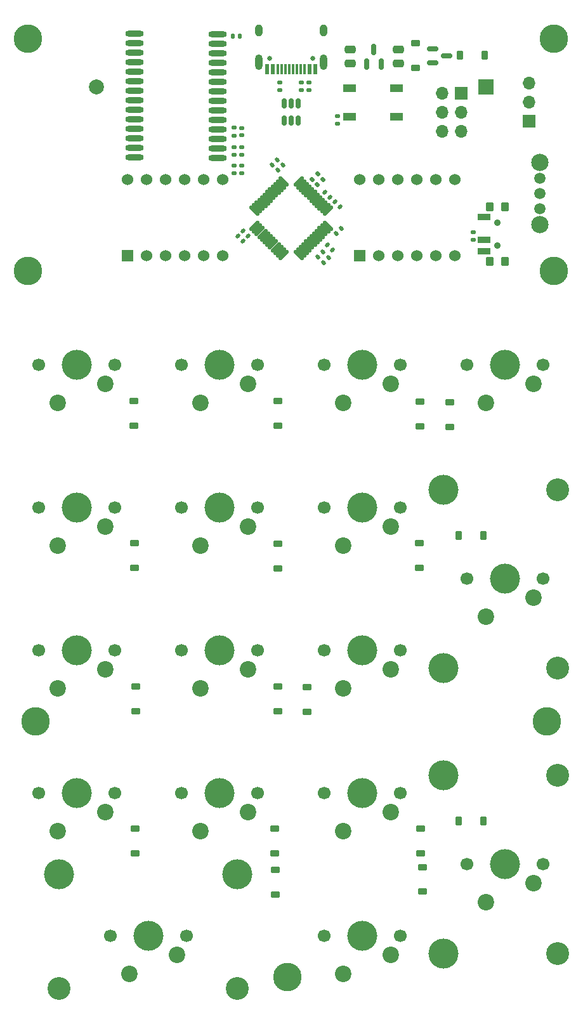
<source format=gbr>
%TF.GenerationSoftware,KiCad,Pcbnew,7.0.7*%
%TF.CreationDate,2023-12-09T18:35:24+02:00*%
%TF.ProjectId,stm32_calc,73746d33-325f-4636-916c-632e6b696361,rev?*%
%TF.SameCoordinates,Original*%
%TF.FileFunction,Soldermask,Bot*%
%TF.FilePolarity,Negative*%
%FSLAX46Y46*%
G04 Gerber Fmt 4.6, Leading zero omitted, Abs format (unit mm)*
G04 Created by KiCad (PCBNEW 7.0.7) date 2023-12-09 18:35:24*
%MOMM*%
%LPD*%
G01*
G04 APERTURE LIST*
G04 Aperture macros list*
%AMRoundRect*
0 Rectangle with rounded corners*
0 $1 Rounding radius*
0 $2 $3 $4 $5 $6 $7 $8 $9 X,Y pos of 4 corners*
0 Add a 4 corners polygon primitive as box body*
4,1,4,$2,$3,$4,$5,$6,$7,$8,$9,$2,$3,0*
0 Add four circle primitives for the rounded corners*
1,1,$1+$1,$2,$3*
1,1,$1+$1,$4,$5*
1,1,$1+$1,$6,$7*
1,1,$1+$1,$8,$9*
0 Add four rect primitives between the rounded corners*
20,1,$1+$1,$2,$3,$4,$5,0*
20,1,$1+$1,$4,$5,$6,$7,0*
20,1,$1+$1,$6,$7,$8,$9,0*
20,1,$1+$1,$8,$9,$2,$3,0*%
G04 Aperture macros list end*
%ADD10R,1.700000X1.700000*%
%ADD11O,1.700000X1.700000*%
%ADD12C,1.700000*%
%ADD13C,4.000000*%
%ADD14C,2.200000*%
%ADD15C,3.050000*%
%ADD16C,3.800000*%
%ADD17R,2.000000X2.000000*%
%ADD18C,2.000000*%
%ADD19R,1.524000X1.524000*%
%ADD20C,1.524000*%
%ADD21C,1.512000*%
%ADD22C,2.304000*%
%ADD23RoundRect,0.225000X-0.225000X-0.375000X0.225000X-0.375000X0.225000X0.375000X-0.225000X0.375000X0*%
%ADD24RoundRect,0.150000X-0.587500X-0.150000X0.587500X-0.150000X0.587500X0.150000X-0.587500X0.150000X0*%
%ADD25RoundRect,0.225000X0.375000X-0.225000X0.375000X0.225000X-0.375000X0.225000X-0.375000X-0.225000X0*%
%ADD26RoundRect,0.150000X-0.150000X0.512500X-0.150000X-0.512500X0.150000X-0.512500X0.150000X0.512500X0*%
%ADD27RoundRect,0.135000X-0.185000X0.135000X-0.185000X-0.135000X0.185000X-0.135000X0.185000X0.135000X0*%
%ADD28RoundRect,0.140000X0.021213X-0.219203X0.219203X-0.021213X-0.021213X0.219203X-0.219203X0.021213X0*%
%ADD29RoundRect,0.140000X-0.021213X0.219203X-0.219203X0.021213X0.021213X-0.219203X0.219203X-0.021213X0*%
%ADD30RoundRect,0.250000X-0.475000X0.250000X-0.475000X-0.250000X0.475000X-0.250000X0.475000X0.250000X0*%
%ADD31C,0.650000*%
%ADD32R,0.600000X1.450000*%
%ADD33R,0.300000X1.450000*%
%ADD34O,1.000000X1.600000*%
%ADD35O,1.000000X2.100000*%
%ADD36RoundRect,0.250000X0.475000X-0.250000X0.475000X0.250000X-0.475000X0.250000X-0.475000X-0.250000X0*%
%ADD37RoundRect,0.140000X-0.170000X0.140000X-0.170000X-0.140000X0.170000X-0.140000X0.170000X0.140000X0*%
%ADD38RoundRect,0.140000X0.170000X-0.140000X0.170000X0.140000X-0.170000X0.140000X-0.170000X-0.140000X0*%
%ADD39RoundRect,0.150000X0.150000X-0.587500X0.150000X0.587500X-0.150000X0.587500X-0.150000X-0.587500X0*%
%ADD40R,1.700000X1.000000*%
%ADD41RoundRect,0.135000X0.185000X-0.135000X0.185000X0.135000X-0.185000X0.135000X-0.185000X-0.135000X0*%
%ADD42C,0.900000*%
%ADD43RoundRect,0.102000X-0.750000X0.350000X-0.750000X-0.350000X0.750000X-0.350000X0.750000X0.350000X0*%
%ADD44RoundRect,0.102000X-0.400000X0.500000X-0.400000X-0.500000X0.400000X-0.500000X0.400000X0.500000X0*%
%ADD45RoundRect,0.140000X-0.219203X-0.021213X-0.021213X-0.219203X0.219203X0.021213X0.021213X0.219203X0*%
%ADD46RoundRect,0.135000X-0.035355X0.226274X-0.226274X0.035355X0.035355X-0.226274X0.226274X-0.035355X0*%
%ADD47RoundRect,0.113200X0.609950X-0.427800X-0.427800X0.609950X-0.609950X0.427800X0.427800X-0.609950X0*%
%ADD48RoundRect,0.113200X-0.427800X-0.609950X0.609950X0.427800X0.427800X0.609950X-0.609950X-0.427800X0*%
%ADD49O,2.454000X0.804000*%
%ADD50RoundRect,0.140000X-0.140000X-0.170000X0.140000X-0.170000X0.140000X0.170000X-0.140000X0.170000X0*%
%ADD51RoundRect,0.225000X-0.375000X0.225000X-0.375000X-0.225000X0.375000X-0.225000X0.375000X0.225000X0*%
%ADD52RoundRect,0.140000X0.219203X0.021213X0.021213X0.219203X-0.219203X-0.021213X-0.021213X-0.219203X0*%
%ADD53RoundRect,0.135000X0.035355X-0.226274X0.226274X-0.035355X-0.035355X0.226274X-0.226274X0.035355X0*%
G04 APERTURE END LIST*
D10*
%TO.C,J2*%
X31800000Y22960000D03*
D11*
X31800000Y25500000D03*
X31800000Y28040000D03*
%TD*%
D12*
%TO.C,SW_five1*%
X-4445000Y-47625000D03*
D13*
X-9525000Y-47625000D03*
D12*
X-14605000Y-47625000D03*
D14*
X-12065000Y-52705000D03*
X-5715000Y-50165000D03*
%TD*%
D15*
%TO.C,SW_zero1*%
X-7150000Y-92725000D03*
D13*
X-7150000Y-77485000D03*
D12*
X-13970000Y-85725000D03*
D13*
X-19050000Y-85725000D03*
D12*
X-24130000Y-85725000D03*
D15*
X-30950000Y-92725000D03*
D13*
X-30950000Y-77485000D03*
D14*
X-21590000Y-90805000D03*
X-15240000Y-88265000D03*
%TD*%
D12*
%TO.C,SW_two1*%
X-4445000Y-66675000D03*
D13*
X-9525000Y-66675000D03*
D12*
X-14605000Y-66675000D03*
D14*
X-12065000Y-71755000D03*
X-5715000Y-69215000D03*
%TD*%
D16*
%TO.C,H2*%
X35100000Y34000000D03*
%TD*%
D12*
%TO.C,SW_three1*%
X14605000Y-66675000D03*
D13*
X9525000Y-66675000D03*
D12*
X4445000Y-66675000D03*
D14*
X6985000Y-71755000D03*
X13335000Y-69215000D03*
%TD*%
D12*
%TO.C,SW_divide1*%
X-4445000Y-9525000D03*
D13*
X-9525000Y-9525000D03*
D12*
X-14605000Y-9525000D03*
D14*
X-12065000Y-14605000D03*
X-5715000Y-12065000D03*
%TD*%
D16*
%TO.C,H3*%
X-35100000Y34000000D03*
%TD*%
D12*
%TO.C,SW_four1*%
X-23495000Y-47625000D03*
D13*
X-28575000Y-47625000D03*
D12*
X-33655000Y-47625000D03*
D14*
X-31115000Y-52705000D03*
X-24765000Y-50165000D03*
%TD*%
D17*
%TO.C,BT1*%
X26000000Y27555000D03*
D18*
X-25990000Y27555000D03*
%TD*%
D12*
%TO.C,SW_point1*%
X14605000Y-85725000D03*
D13*
X9525000Y-85725000D03*
D12*
X4445000Y-85725000D03*
D14*
X6985000Y-90805000D03*
X13335000Y-88265000D03*
%TD*%
D15*
%TO.C,SW_plus1*%
X35575000Y-50000000D03*
X35575000Y-26200000D03*
D12*
X33655000Y-38100000D03*
D13*
X28575000Y-38100000D03*
D12*
X23495000Y-38100000D03*
D13*
X20335000Y-50000000D03*
X20335000Y-26200000D03*
D14*
X26035000Y-43180000D03*
X32385000Y-40640000D03*
%TD*%
D19*
%TO.C,U4*%
X9125000Y5020000D03*
D20*
X11665000Y5020000D03*
X14205000Y5020000D03*
X16745000Y5020000D03*
X19285000Y5020000D03*
X21825000Y5020000D03*
X21825000Y15180000D03*
X19285000Y15180000D03*
X16745000Y15180000D03*
X14205000Y15180000D03*
X11665000Y15180000D03*
X9125000Y15180000D03*
%TD*%
D12*
%TO.C,SW_clear1*%
X-23495000Y-9525000D03*
D13*
X-28575000Y-9525000D03*
D12*
X-33655000Y-9525000D03*
D14*
X-31115000Y-14605000D03*
X-24765000Y-12065000D03*
%TD*%
D16*
%TO.C,H1*%
X35100000Y3000000D03*
%TD*%
%TO.C,H7*%
X-34100000Y-57150000D03*
%TD*%
D15*
%TO.C,SW_equals1*%
X35575000Y-88100000D03*
X35575000Y-64300000D03*
D12*
X33655000Y-76200000D03*
D13*
X28575000Y-76200000D03*
D12*
X23495000Y-76200000D03*
D13*
X20335000Y-88100000D03*
X20335000Y-64300000D03*
D14*
X26035000Y-81280000D03*
X32385000Y-78740000D03*
%TD*%
D12*
%TO.C,SW_minus1*%
X33655000Y-9525000D03*
D13*
X28575000Y-9525000D03*
D12*
X23495000Y-9525000D03*
D14*
X26035000Y-14605000D03*
X32385000Y-12065000D03*
%TD*%
D16*
%TO.C,H4*%
X-35100000Y3000000D03*
%TD*%
D12*
%TO.C,SW_six1*%
X14605000Y-47625000D03*
D13*
X9525000Y-47625000D03*
D12*
X4445000Y-47625000D03*
D14*
X6985000Y-52705000D03*
X13335000Y-50165000D03*
%TD*%
D12*
%TO.C,SW_eight1*%
X-4445000Y-28575000D03*
D13*
X-9525000Y-28575000D03*
D12*
X-14605000Y-28575000D03*
D14*
X-12065000Y-33655000D03*
X-5715000Y-31115000D03*
%TD*%
D16*
%TO.C,H5*%
X-500000Y-91250000D03*
%TD*%
D12*
%TO.C,SW_one1*%
X-23495000Y-66675000D03*
D13*
X-28575000Y-66675000D03*
D12*
X-33655000Y-66675000D03*
D14*
X-31115000Y-71755000D03*
X-24765000Y-69215000D03*
%TD*%
D21*
%TO.C,SW1*%
X33240000Y11320000D03*
X33240000Y13320000D03*
X33240000Y15320000D03*
D22*
X33240000Y9170000D03*
X33240000Y17470000D03*
%TD*%
D12*
%TO.C,SW_mutiplicate1*%
X14605000Y-9525000D03*
D13*
X9525000Y-9525000D03*
D12*
X4445000Y-9525000D03*
D14*
X6985000Y-14605000D03*
X13335000Y-12065000D03*
%TD*%
D16*
%TO.C,H6*%
X34100000Y-57150000D03*
%TD*%
D12*
%TO.C,SW_nine1*%
X14605000Y-28575000D03*
D13*
X9525000Y-28575000D03*
D12*
X4445000Y-28575000D03*
D14*
X6985000Y-33655000D03*
X13335000Y-31115000D03*
%TD*%
D19*
%TO.C,U3*%
X-21875000Y5020000D03*
D20*
X-19335000Y5020000D03*
X-16795000Y5020000D03*
X-14255000Y5020000D03*
X-11715000Y5020000D03*
X-9175000Y5020000D03*
X-9175000Y15180000D03*
X-11715000Y15180000D03*
X-14255000Y15180000D03*
X-16795000Y15180000D03*
X-19335000Y15180000D03*
X-21875000Y15180000D03*
%TD*%
D12*
%TO.C,SW_seven1*%
X-23495000Y-28575000D03*
D13*
X-28575000Y-28575000D03*
D12*
X-33655000Y-28575000D03*
D14*
X-31115000Y-33655000D03*
X-24765000Y-31115000D03*
%TD*%
D23*
%TO.C,D18*%
X22350000Y-32300000D03*
X25650000Y-32300000D03*
%TD*%
D24*
%TO.C,Q1*%
X18872500Y30770000D03*
X18872500Y32670000D03*
X20747500Y31720000D03*
%TD*%
D25*
%TO.C,D14*%
X2100000Y-55850000D03*
X2100000Y-52550000D03*
%TD*%
%TO.C,D9*%
X-1800000Y-36750000D03*
X-1800000Y-33450000D03*
%TD*%
D26*
%TO.C,U2*%
X-930000Y25357500D03*
X20000Y25357500D03*
X970000Y25357500D03*
X970000Y23082500D03*
X20000Y23082500D03*
X-930000Y23082500D03*
%TD*%
D27*
%TO.C,R6*%
X-7575000Y19510000D03*
X-7575000Y18490000D03*
%TD*%
D25*
%TO.C,D2*%
X16572500Y30070000D03*
X16572500Y33370000D03*
%TD*%
D23*
%TO.C,D1*%
X22525000Y31750000D03*
X25825000Y31750000D03*
%TD*%
D28*
%TO.C,C1*%
X-1799411Y16430589D03*
X-1120589Y17109411D03*
%TD*%
D27*
%TO.C,R10*%
X1390000Y28110000D03*
X1390000Y27090000D03*
%TD*%
D29*
%TO.C,C4*%
X5014411Y4789411D03*
X4335589Y4110589D03*
%TD*%
D10*
%TO.C,J4*%
X22700000Y26725000D03*
D11*
X20160000Y26725000D03*
X22700000Y24185000D03*
X20160000Y24185000D03*
X22700000Y21645000D03*
X20160000Y21645000D03*
%TD*%
D30*
%TO.C,C19*%
X14300000Y32580000D03*
X14300000Y30680000D03*
%TD*%
D25*
%TO.C,D4*%
X-20900000Y-36650000D03*
X-20900000Y-33350000D03*
%TD*%
D28*
%TO.C,C2*%
X-2499411Y17160589D03*
X-1820589Y17839411D03*
%TD*%
D31*
%TO.C,J3*%
X-2890000Y31400000D03*
X2890000Y31400000D03*
D32*
X-3250000Y29955000D03*
X-2450000Y29955000D03*
D33*
X-1250000Y29955000D03*
X-250000Y29955000D03*
X250000Y29955000D03*
X1250000Y29955000D03*
D32*
X2450000Y29955000D03*
X3250000Y29955000D03*
X3250000Y29955000D03*
X2450000Y29955000D03*
D33*
X1750000Y29955000D03*
X750000Y29955000D03*
X-750000Y29955000D03*
X-1750000Y29955000D03*
D32*
X-2450000Y29955000D03*
X-3250000Y29955000D03*
D34*
X-4320000Y35050000D03*
D35*
X-4320000Y30870000D03*
D34*
X4320000Y35050000D03*
D35*
X4320000Y30870000D03*
%TD*%
D36*
%TO.C,C20*%
X7850000Y30660000D03*
X7850000Y32560000D03*
%TD*%
D25*
%TO.C,D12*%
X17200000Y-17750000D03*
X17200000Y-14450000D03*
%TD*%
D27*
%TO.C,R5*%
X-7575000Y17040000D03*
X-7575000Y16020000D03*
%TD*%
D37*
%TO.C,C17*%
X-6575000Y22080000D03*
X-6575000Y21120000D03*
%TD*%
D25*
%TO.C,D17*%
X21200000Y-17850000D03*
X21200000Y-14550000D03*
%TD*%
D38*
%TO.C,C15*%
X-6575000Y16050000D03*
X-6575000Y17010000D03*
%TD*%
D25*
%TO.C,D5*%
X-20700000Y-55750000D03*
X-20700000Y-52450000D03*
%TD*%
D39*
%TO.C,U5*%
X12000000Y30632500D03*
X10100000Y30632500D03*
X11050000Y32507500D03*
%TD*%
D40*
%TO.C,SW3*%
X14095000Y27390000D03*
X7795000Y27390000D03*
X14095000Y23590000D03*
X7795000Y23590000D03*
%TD*%
D23*
%TO.C,D19*%
X22350000Y-70400000D03*
X25650000Y-70400000D03*
%TD*%
D41*
%TO.C,R1*%
X24275000Y7140000D03*
X24275000Y8160000D03*
%TD*%
D27*
%TO.C,R13*%
X-1500000Y28110000D03*
X-1500000Y27090000D03*
%TD*%
D42*
%TO.C,SW2*%
X27525000Y9400000D03*
X27525000Y6400000D03*
D43*
X25775000Y10150000D03*
X25775000Y7150000D03*
X25775000Y5650000D03*
D44*
X26475000Y11550000D03*
X28575000Y11550000D03*
X28575000Y4250000D03*
X26475000Y4250000D03*
%TD*%
D45*
%TO.C,C3*%
X5810589Y12219411D03*
X6489411Y11540589D03*
%TD*%
D25*
%TO.C,D3*%
X-21000000Y-17650000D03*
X-21000000Y-14350000D03*
%TD*%
D46*
%TO.C,R11*%
X4225624Y15210624D03*
X3504376Y14489376D03*
%TD*%
D38*
%TO.C,C16*%
X-6575000Y18520000D03*
X-6575000Y19480000D03*
%TD*%
D47*
%TO.C,U1*%
X4893179Y8995908D03*
X4539626Y8642355D03*
X4186072Y8288802D03*
X3832519Y7935248D03*
X3478965Y7581695D03*
X3125412Y7228141D03*
X2771859Y6874588D03*
X2418305Y6521035D03*
X2064752Y6167481D03*
X1711198Y5813928D03*
X1357645Y5460374D03*
X1004092Y5106821D03*
D48*
X-1004092Y5106821D03*
X-1357645Y5460374D03*
X-1711198Y5813928D03*
X-2064752Y6167481D03*
X-2418305Y6521035D03*
X-2771859Y6874588D03*
X-3125412Y7228141D03*
X-3478965Y7581695D03*
X-3832519Y7935248D03*
X-4186072Y8288802D03*
X-4539626Y8642355D03*
X-4893179Y8995908D03*
D47*
X-4893179Y11004092D03*
X-4539626Y11357645D03*
X-4186072Y11711198D03*
X-3832519Y12064752D03*
X-3478965Y12418305D03*
X-3125412Y12771859D03*
X-2771859Y13125412D03*
X-2418305Y13478965D03*
X-2064752Y13832519D03*
X-1711198Y14186072D03*
X-1357645Y14539626D03*
X-1004092Y14893179D03*
D48*
X1004092Y14893179D03*
X1357645Y14539626D03*
X1711198Y14186072D03*
X2064752Y13832519D03*
X2418305Y13478965D03*
X2771859Y13125412D03*
X3125412Y12771859D03*
X3478965Y12418305D03*
X3832519Y12064752D03*
X4186072Y11711198D03*
X4539626Y11357645D03*
X4893179Y11004092D03*
%TD*%
D27*
%TO.C,R2*%
X6175000Y23660000D03*
X6175000Y22640000D03*
%TD*%
D49*
%TO.C,IC1*%
X-20890000Y18145000D03*
X-20890000Y19415000D03*
X-20890000Y20685000D03*
X-20890000Y21955000D03*
X-20890000Y23225000D03*
X-20890000Y24495000D03*
X-20890000Y25765000D03*
X-20890000Y27035000D03*
X-20890000Y28305000D03*
X-20890000Y29575000D03*
X-20890000Y30845000D03*
X-20890000Y32115000D03*
X-20890000Y33385000D03*
X-20890000Y34655000D03*
X-9790000Y34595000D03*
X-9790000Y33325000D03*
X-9790000Y32055000D03*
X-9790000Y30785000D03*
X-9790000Y29515000D03*
X-9790000Y28245000D03*
X-9790000Y26975000D03*
X-9790000Y25705000D03*
X-9790000Y24435000D03*
X-9790000Y23165000D03*
X-9790000Y21895000D03*
X-9790000Y20625000D03*
X-9790000Y19355000D03*
X-9790000Y18085000D03*
%TD*%
D50*
%TO.C,C11*%
X-7780000Y34300000D03*
X-6820000Y34300000D03*
%TD*%
D51*
%TO.C,D16*%
X17500000Y-76550000D03*
X17500000Y-79850000D03*
%TD*%
D25*
%TO.C,D8*%
X-1800000Y-17650000D03*
X-1800000Y-14350000D03*
%TD*%
%TO.C,D11*%
X-2200000Y-74750000D03*
X-2200000Y-71450000D03*
%TD*%
%TO.C,D15*%
X17300000Y-74750000D03*
X17300000Y-71450000D03*
%TD*%
D41*
%TO.C,R7*%
X-7575000Y21070000D03*
X-7575000Y22090000D03*
%TD*%
D25*
%TO.C,D10*%
X-1800000Y-55750000D03*
X-1800000Y-52450000D03*
%TD*%
D52*
%TO.C,C7*%
X-5720589Y7660589D03*
X-6399411Y8339411D03*
%TD*%
D53*
%TO.C,R12*%
X2814376Y15189376D03*
X3535624Y15910624D03*
%TD*%
D25*
%TO.C,D6*%
X-20800000Y-74750000D03*
X-20800000Y-71450000D03*
%TD*%
D52*
%TO.C,C6*%
X-6421178Y6941178D03*
X-7100000Y7620000D03*
%TD*%
D45*
%TO.C,C8*%
X4795589Y6449411D03*
X5474411Y5770589D03*
%TD*%
D51*
%TO.C,D7*%
X-2100000Y-76950000D03*
X-2100000Y-80250000D03*
%TD*%
D25*
%TO.C,D13*%
X17100000Y-36650000D03*
X17100000Y-33350000D03*
%TD*%
D27*
%TO.C,R8*%
X2400000Y28110000D03*
X2400000Y27090000D03*
%TD*%
D45*
%TO.C,C10*%
X4510000Y13530000D03*
X5188822Y12851178D03*
%TD*%
D29*
%TO.C,C5*%
X4284411Y5509411D03*
X3605589Y4830589D03*
%TD*%
%TO.C,C9*%
X6729411Y8709411D03*
X6050589Y8030589D03*
%TD*%
M02*

</source>
